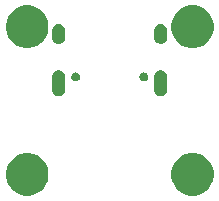
<source format=gbs>
G04 #@! TF.GenerationSoftware,KiCad,Pcbnew,(5.0.2)-1*
G04 #@! TF.CreationDate,2019-03-19T21:51:34-07:00*
G04 #@! TF.ProjectId,Unified-Daughterboard,556e6966-6965-4642-9d44-617567687465,rev?*
G04 #@! TF.SameCoordinates,Original*
G04 #@! TF.FileFunction,Soldermask,Bot*
G04 #@! TF.FilePolarity,Negative*
%FSLAX46Y46*%
G04 Gerber Fmt 4.6, Leading zero omitted, Abs format (unit mm)*
G04 Created by KiCad (PCBNEW (5.0.2)-1) date 3/19/2019 9:51:34 PM*
%MOMM*%
%LPD*%
G01*
G04 APERTURE LIST*
%ADD10C,0.100000*%
G04 APERTURE END LIST*
D10*
G36*
X32525331Y-42768211D02*
X32853092Y-42903974D01*
X33148073Y-43101074D01*
X33398926Y-43351927D01*
X33596026Y-43646908D01*
X33731789Y-43974669D01*
X33801000Y-44322616D01*
X33801000Y-44677384D01*
X33731789Y-45025331D01*
X33596026Y-45353092D01*
X33398926Y-45648073D01*
X33148073Y-45898926D01*
X32853092Y-46096026D01*
X32525331Y-46231789D01*
X32177384Y-46301000D01*
X31822616Y-46301000D01*
X31474669Y-46231789D01*
X31146908Y-46096026D01*
X30851927Y-45898926D01*
X30601074Y-45648073D01*
X30403974Y-45353092D01*
X30268211Y-45025331D01*
X30199000Y-44677384D01*
X30199000Y-44322616D01*
X30268211Y-43974669D01*
X30403974Y-43646908D01*
X30601074Y-43351927D01*
X30851927Y-43101074D01*
X31146908Y-42903974D01*
X31474669Y-42768211D01*
X31822616Y-42699000D01*
X32177384Y-42699000D01*
X32525331Y-42768211D01*
X32525331Y-42768211D01*
G37*
G36*
X46525331Y-42768211D02*
X46853092Y-42903974D01*
X47148073Y-43101074D01*
X47398926Y-43351927D01*
X47596026Y-43646908D01*
X47731789Y-43974669D01*
X47801000Y-44322616D01*
X47801000Y-44677384D01*
X47731789Y-45025331D01*
X47596026Y-45353092D01*
X47398926Y-45648073D01*
X47148073Y-45898926D01*
X46853092Y-46096026D01*
X46525331Y-46231789D01*
X46177384Y-46301000D01*
X45822616Y-46301000D01*
X45474669Y-46231789D01*
X45146908Y-46096026D01*
X44851927Y-45898926D01*
X44601074Y-45648073D01*
X44403974Y-45353092D01*
X44268211Y-45025331D01*
X44199000Y-44677384D01*
X44199000Y-44322616D01*
X44268211Y-43974669D01*
X44403974Y-43646908D01*
X44601074Y-43351927D01*
X44851927Y-43101074D01*
X45146908Y-42903974D01*
X45474669Y-42768211D01*
X45822616Y-42699000D01*
X46177384Y-42699000D01*
X46525331Y-42768211D01*
X46525331Y-42768211D01*
G37*
G36*
X43428015Y-35686973D02*
X43531879Y-35718479D01*
X43627600Y-35769644D01*
X43711501Y-35838499D01*
X43780356Y-35922400D01*
X43831521Y-36018121D01*
X43863027Y-36121985D01*
X43871000Y-36202933D01*
X43871000Y-37357067D01*
X43863027Y-37438015D01*
X43831521Y-37541879D01*
X43780356Y-37637600D01*
X43711501Y-37721501D01*
X43627600Y-37790356D01*
X43531878Y-37841521D01*
X43428014Y-37873027D01*
X43320000Y-37883666D01*
X43211985Y-37873027D01*
X43108121Y-37841521D01*
X43012400Y-37790356D01*
X42928499Y-37721501D01*
X42859644Y-37637600D01*
X42808479Y-37541878D01*
X42776973Y-37438014D01*
X42769000Y-37357066D01*
X42769001Y-36202933D01*
X42776974Y-36121985D01*
X42808480Y-36018121D01*
X42859645Y-35922400D01*
X42928500Y-35838499D01*
X43012401Y-35769644D01*
X43108122Y-35718479D01*
X43211986Y-35686973D01*
X43320000Y-35676334D01*
X43428015Y-35686973D01*
X43428015Y-35686973D01*
G37*
G36*
X34788015Y-35686973D02*
X34891879Y-35718479D01*
X34987600Y-35769644D01*
X35071501Y-35838499D01*
X35140356Y-35922400D01*
X35191521Y-36018121D01*
X35223027Y-36121985D01*
X35231000Y-36202933D01*
X35231000Y-37357067D01*
X35223027Y-37438015D01*
X35191521Y-37541879D01*
X35140356Y-37637600D01*
X35071501Y-37721501D01*
X34987600Y-37790356D01*
X34891878Y-37841521D01*
X34788014Y-37873027D01*
X34680000Y-37883666D01*
X34571985Y-37873027D01*
X34468121Y-37841521D01*
X34372400Y-37790356D01*
X34288499Y-37721501D01*
X34219644Y-37637600D01*
X34168479Y-37541878D01*
X34136973Y-37438014D01*
X34129000Y-37357066D01*
X34129001Y-36202933D01*
X34136974Y-36121985D01*
X34168480Y-36018121D01*
X34219645Y-35922400D01*
X34288500Y-35838499D01*
X34372401Y-35769644D01*
X34468122Y-35718479D01*
X34571986Y-35686973D01*
X34680000Y-35676334D01*
X34788015Y-35686973D01*
X34788015Y-35686973D01*
G37*
G36*
X36219672Y-35888449D02*
X36219674Y-35888450D01*
X36219675Y-35888450D01*
X36288103Y-35916793D01*
X36349409Y-35957757D01*
X36349689Y-35957944D01*
X36402056Y-36010311D01*
X36402058Y-36010314D01*
X36443207Y-36071897D01*
X36471550Y-36140325D01*
X36486000Y-36212967D01*
X36486000Y-36287033D01*
X36471550Y-36359675D01*
X36443207Y-36428103D01*
X36402243Y-36489409D01*
X36402056Y-36489689D01*
X36349689Y-36542056D01*
X36349686Y-36542058D01*
X36288103Y-36583207D01*
X36219675Y-36611550D01*
X36219674Y-36611550D01*
X36219672Y-36611551D01*
X36147034Y-36626000D01*
X36072966Y-36626000D01*
X36000328Y-36611551D01*
X36000326Y-36611550D01*
X36000325Y-36611550D01*
X35931897Y-36583207D01*
X35870314Y-36542058D01*
X35870311Y-36542056D01*
X35817944Y-36489689D01*
X35817757Y-36489409D01*
X35776793Y-36428103D01*
X35748450Y-36359675D01*
X35734000Y-36287033D01*
X35734000Y-36212967D01*
X35748450Y-36140325D01*
X35776793Y-36071897D01*
X35817942Y-36010314D01*
X35817944Y-36010311D01*
X35870311Y-35957944D01*
X35870591Y-35957757D01*
X35931897Y-35916793D01*
X36000325Y-35888450D01*
X36000326Y-35888450D01*
X36000328Y-35888449D01*
X36072966Y-35874000D01*
X36147034Y-35874000D01*
X36219672Y-35888449D01*
X36219672Y-35888449D01*
G37*
G36*
X41999672Y-35888449D02*
X41999674Y-35888450D01*
X41999675Y-35888450D01*
X42068103Y-35916793D01*
X42129409Y-35957757D01*
X42129689Y-35957944D01*
X42182056Y-36010311D01*
X42182058Y-36010314D01*
X42223207Y-36071897D01*
X42251550Y-36140325D01*
X42266000Y-36212967D01*
X42266000Y-36287033D01*
X42251550Y-36359675D01*
X42223207Y-36428103D01*
X42182243Y-36489409D01*
X42182056Y-36489689D01*
X42129689Y-36542056D01*
X42129686Y-36542058D01*
X42068103Y-36583207D01*
X41999675Y-36611550D01*
X41999674Y-36611550D01*
X41999672Y-36611551D01*
X41927034Y-36626000D01*
X41852966Y-36626000D01*
X41780328Y-36611551D01*
X41780326Y-36611550D01*
X41780325Y-36611550D01*
X41711897Y-36583207D01*
X41650314Y-36542058D01*
X41650311Y-36542056D01*
X41597944Y-36489689D01*
X41597757Y-36489409D01*
X41556793Y-36428103D01*
X41528450Y-36359675D01*
X41514000Y-36287033D01*
X41514000Y-36212967D01*
X41528450Y-36140325D01*
X41556793Y-36071897D01*
X41597942Y-36010314D01*
X41597944Y-36010311D01*
X41650311Y-35957944D01*
X41650591Y-35957757D01*
X41711897Y-35916793D01*
X41780325Y-35888450D01*
X41780326Y-35888450D01*
X41780328Y-35888449D01*
X41852966Y-35874000D01*
X41927034Y-35874000D01*
X41999672Y-35888449D01*
X41999672Y-35888449D01*
G37*
G36*
X32525331Y-30268211D02*
X32853092Y-30403974D01*
X33148073Y-30601074D01*
X33398926Y-30851927D01*
X33596026Y-31146908D01*
X33731789Y-31474669D01*
X33801000Y-31822616D01*
X33801000Y-32177384D01*
X33731789Y-32525331D01*
X33596026Y-32853092D01*
X33398926Y-33148073D01*
X33148073Y-33398926D01*
X32853092Y-33596026D01*
X32525331Y-33731789D01*
X32177384Y-33801000D01*
X31822616Y-33801000D01*
X31474669Y-33731789D01*
X31146908Y-33596026D01*
X30851927Y-33398926D01*
X30601074Y-33148073D01*
X30403974Y-32853092D01*
X30268211Y-32525331D01*
X30199000Y-32177384D01*
X30199000Y-31822616D01*
X30268211Y-31474669D01*
X30403974Y-31146908D01*
X30601074Y-30851927D01*
X30851927Y-30601074D01*
X31146908Y-30403974D01*
X31474669Y-30268211D01*
X31822616Y-30199000D01*
X32177384Y-30199000D01*
X32525331Y-30268211D01*
X32525331Y-30268211D01*
G37*
G36*
X46525331Y-30268211D02*
X46853092Y-30403974D01*
X47148073Y-30601074D01*
X47398926Y-30851927D01*
X47596026Y-31146908D01*
X47731789Y-31474669D01*
X47801000Y-31822616D01*
X47801000Y-32177384D01*
X47731789Y-32525331D01*
X47596026Y-32853092D01*
X47398926Y-33148073D01*
X47148073Y-33398926D01*
X46853092Y-33596026D01*
X46525331Y-33731789D01*
X46177384Y-33801000D01*
X45822616Y-33801000D01*
X45474669Y-33731789D01*
X45146908Y-33596026D01*
X44851927Y-33398926D01*
X44601074Y-33148073D01*
X44403974Y-32853092D01*
X44268211Y-32525331D01*
X44199000Y-32177384D01*
X44199000Y-31822616D01*
X44268211Y-31474669D01*
X44403974Y-31146908D01*
X44601074Y-30851927D01*
X44851927Y-30601074D01*
X45146908Y-30403974D01*
X45474669Y-30268211D01*
X45822616Y-30199000D01*
X46177384Y-30199000D01*
X46525331Y-30268211D01*
X46525331Y-30268211D01*
G37*
G36*
X34788015Y-31756973D02*
X34891879Y-31788479D01*
X34987600Y-31839644D01*
X35071501Y-31908499D01*
X35140356Y-31992400D01*
X35191521Y-32088121D01*
X35223027Y-32191985D01*
X35231000Y-32272933D01*
X35231000Y-32927067D01*
X35223027Y-33008015D01*
X35191521Y-33111879D01*
X35140356Y-33207600D01*
X35071501Y-33291501D01*
X34987600Y-33360356D01*
X34891878Y-33411521D01*
X34788014Y-33443027D01*
X34680000Y-33453666D01*
X34571985Y-33443027D01*
X34468121Y-33411521D01*
X34372400Y-33360356D01*
X34288499Y-33291501D01*
X34219644Y-33207600D01*
X34168479Y-33111878D01*
X34136973Y-33008014D01*
X34129000Y-32927066D01*
X34129000Y-32272933D01*
X34136973Y-32191985D01*
X34168480Y-32088121D01*
X34219645Y-31992400D01*
X34288500Y-31908499D01*
X34372401Y-31839644D01*
X34468122Y-31788479D01*
X34571986Y-31756973D01*
X34680000Y-31746334D01*
X34788015Y-31756973D01*
X34788015Y-31756973D01*
G37*
G36*
X43428015Y-31756973D02*
X43531879Y-31788479D01*
X43627600Y-31839644D01*
X43711501Y-31908499D01*
X43780356Y-31992400D01*
X43831521Y-32088121D01*
X43863027Y-32191985D01*
X43871000Y-32272933D01*
X43871000Y-32927067D01*
X43863027Y-33008015D01*
X43831521Y-33111879D01*
X43780356Y-33207600D01*
X43711501Y-33291501D01*
X43627600Y-33360356D01*
X43531878Y-33411521D01*
X43428014Y-33443027D01*
X43320000Y-33453666D01*
X43211985Y-33443027D01*
X43108121Y-33411521D01*
X43012400Y-33360356D01*
X42928499Y-33291501D01*
X42859644Y-33207600D01*
X42808479Y-33111878D01*
X42776973Y-33008014D01*
X42769000Y-32927066D01*
X42769000Y-32272933D01*
X42776973Y-32191985D01*
X42808480Y-32088121D01*
X42859645Y-31992400D01*
X42928500Y-31908499D01*
X43012401Y-31839644D01*
X43108122Y-31788479D01*
X43211986Y-31756973D01*
X43320000Y-31746334D01*
X43428015Y-31756973D01*
X43428015Y-31756973D01*
G37*
M02*

</source>
